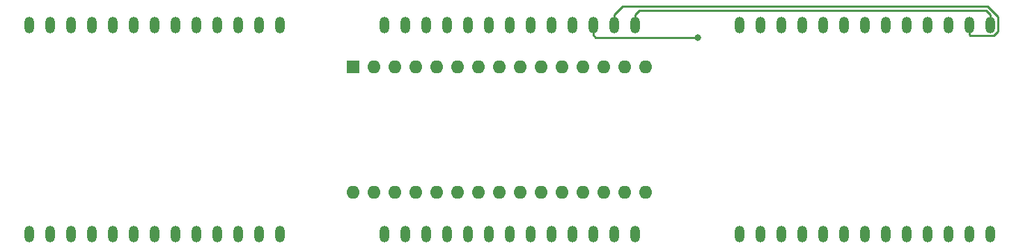
<source format=gbr>
G04 #@! TF.GenerationSoftware,KiCad,Pcbnew,(5.1.5)-3*
G04 #@! TF.CreationDate,2020-01-21T23:52:57-05:00*
G04 #@! TF.ProjectId,IEEE-Clock-Charlie,49454545-2d43-46c6-9f63-6b2d43686172,rev?*
G04 #@! TF.SameCoordinates,Original*
G04 #@! TF.FileFunction,Copper,L2,Bot*
G04 #@! TF.FilePolarity,Positive*
%FSLAX46Y46*%
G04 Gerber Fmt 4.6, Leading zero omitted, Abs format (unit mm)*
G04 Created by KiCad (PCBNEW (5.1.5)-3) date 2020-01-21 23:52:57*
%MOMM*%
%LPD*%
G04 APERTURE LIST*
%ADD10O,1.200000X2.000000*%
%ADD11O,1.600000X1.600000*%
%ADD12R,1.600000X1.600000*%
%ADD13C,0.800000*%
%ADD14C,0.250000*%
G04 APERTURE END LIST*
D10*
X45720000Y-71120000D03*
X45720000Y-45720000D03*
X43180000Y-71120000D03*
X43180000Y-45720000D03*
X40640000Y-71120000D03*
X40640000Y-45720000D03*
X38100000Y-71120000D03*
X38100000Y-45720000D03*
X35560000Y-71120000D03*
X35560000Y-45720000D03*
X33020000Y-71120000D03*
X33020000Y-45720000D03*
X30480000Y-71120000D03*
X30480000Y-45720000D03*
X27940000Y-71120000D03*
X27940000Y-45720000D03*
X25400000Y-71120000D03*
X25400000Y-45720000D03*
X22860000Y-71120000D03*
X22860000Y-45720000D03*
X20320000Y-71120000D03*
X20320000Y-45720000D03*
X17780000Y-71120000D03*
X17780000Y-45720000D03*
X15240000Y-71120000D03*
X15240000Y-45720000D03*
X88900000Y-71120000D03*
X88900000Y-45720000D03*
X86360000Y-71120000D03*
X86360000Y-45720000D03*
X83820000Y-71120000D03*
X83820000Y-45720000D03*
X81280000Y-71120000D03*
X81280000Y-45720000D03*
X78740000Y-71120000D03*
X78740000Y-45720000D03*
X76200000Y-71120000D03*
X76200000Y-45720000D03*
X73660000Y-71120000D03*
X73660000Y-45720000D03*
X71120000Y-71120000D03*
X71120000Y-45720000D03*
X68580000Y-71120000D03*
X68580000Y-45720000D03*
X66040000Y-71120000D03*
X66040000Y-45720000D03*
X63500000Y-71120000D03*
X63500000Y-45720000D03*
X60960000Y-71120000D03*
X60960000Y-45720000D03*
X58420000Y-71120000D03*
X58420000Y-45720000D03*
X132080000Y-71120000D03*
X132080000Y-45720000D03*
X129540000Y-71120000D03*
X129540000Y-45720000D03*
X127000000Y-71120000D03*
X127000000Y-45720000D03*
X124460000Y-71120000D03*
X124460000Y-45720000D03*
X121920000Y-71120000D03*
X121920000Y-45720000D03*
X119380000Y-71120000D03*
X119380000Y-45720000D03*
X116840000Y-71120000D03*
X116840000Y-45720000D03*
X114300000Y-71120000D03*
X114300000Y-45720000D03*
X111760000Y-71120000D03*
X111760000Y-45720000D03*
X109220000Y-71120000D03*
X109220000Y-45720000D03*
X106680000Y-71120000D03*
X106680000Y-45720000D03*
X104140000Y-71120000D03*
X104140000Y-45720000D03*
X101600000Y-71120000D03*
X101600000Y-45720000D03*
D11*
X90170000Y-66040000D03*
X90170000Y-50800000D03*
X54610000Y-66040000D03*
X87630000Y-50800000D03*
X57150000Y-66040000D03*
X85090000Y-50800000D03*
X59690000Y-66040000D03*
X82550000Y-50800000D03*
X62230000Y-66040000D03*
X80010000Y-50800000D03*
X64770000Y-66040000D03*
X77470000Y-50800000D03*
X67310000Y-66040000D03*
X74930000Y-50800000D03*
X69850000Y-66040000D03*
X72390000Y-50800000D03*
X72390000Y-66040000D03*
X69850000Y-50800000D03*
X74930000Y-66040000D03*
X67310000Y-50800000D03*
X77470000Y-66040000D03*
X64770000Y-50800000D03*
X80010000Y-66040000D03*
X62230000Y-50800000D03*
X82550000Y-66040000D03*
X59690000Y-50800000D03*
X85090000Y-66040000D03*
X57150000Y-50800000D03*
X87630000Y-66040000D03*
D12*
X54610000Y-50800000D03*
D13*
X96520000Y-47244006D03*
D14*
X133005010Y-46503151D02*
X133005010Y-44758600D01*
X87335031Y-43494969D02*
X86360000Y-44470000D01*
X129615010Y-47045010D02*
X132463151Y-47045010D01*
X129540000Y-46970000D02*
X129615010Y-47045010D01*
X133005010Y-44758600D02*
X131741379Y-43494969D01*
X132463151Y-47045010D02*
X133005010Y-46503151D01*
X86360000Y-44470000D02*
X86360000Y-45720000D01*
X131741379Y-43494969D02*
X87335031Y-43494969D01*
X129540000Y-45720000D02*
X129540000Y-46970000D01*
X89425021Y-43944979D02*
X88900000Y-44470000D01*
X88900000Y-44470000D02*
X88900000Y-45720000D01*
X131554979Y-43944979D02*
X89425021Y-43944979D01*
X132080000Y-44470000D02*
X131554979Y-43944979D01*
X132080000Y-45720000D02*
X132080000Y-44470000D01*
X83820000Y-46970000D02*
X84094006Y-47244006D01*
X83820000Y-45720000D02*
X83820000Y-46970000D01*
X84094006Y-47244006D02*
X95954315Y-47244006D01*
X95954315Y-47244006D02*
X96520000Y-47244006D01*
M02*

</source>
